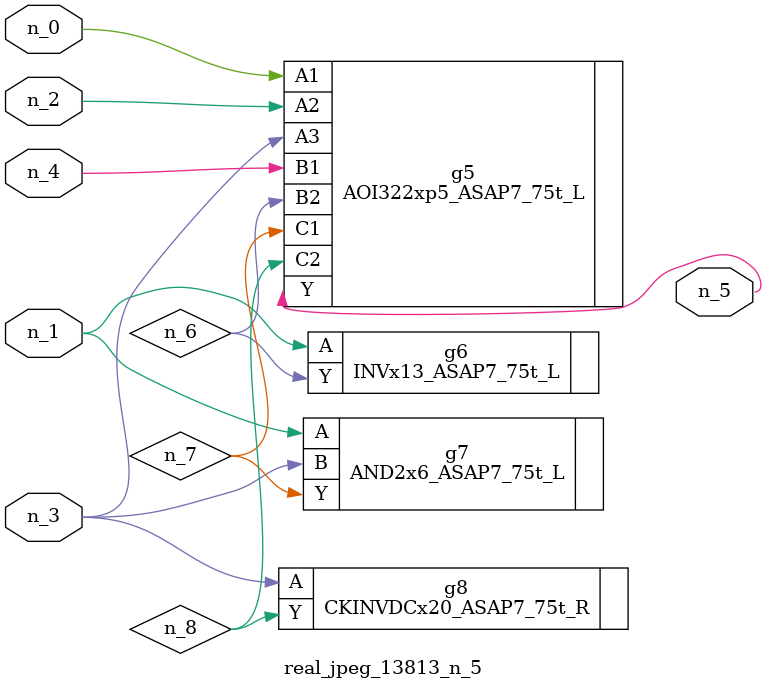
<source format=v>
module real_jpeg_13813_n_5 (n_4, n_0, n_1, n_2, n_3, n_5);

input n_4;
input n_0;
input n_1;
input n_2;
input n_3;

output n_5;

wire n_8;
wire n_6;
wire n_7;

AOI322xp5_ASAP7_75t_L g5 ( 
.A1(n_0),
.A2(n_2),
.A3(n_3),
.B1(n_4),
.B2(n_6),
.C1(n_7),
.C2(n_8),
.Y(n_5)
);

INVx13_ASAP7_75t_L g6 ( 
.A(n_1),
.Y(n_6)
);

AND2x6_ASAP7_75t_L g7 ( 
.A(n_1),
.B(n_3),
.Y(n_7)
);

CKINVDCx20_ASAP7_75t_R g8 ( 
.A(n_3),
.Y(n_8)
);


endmodule
</source>
